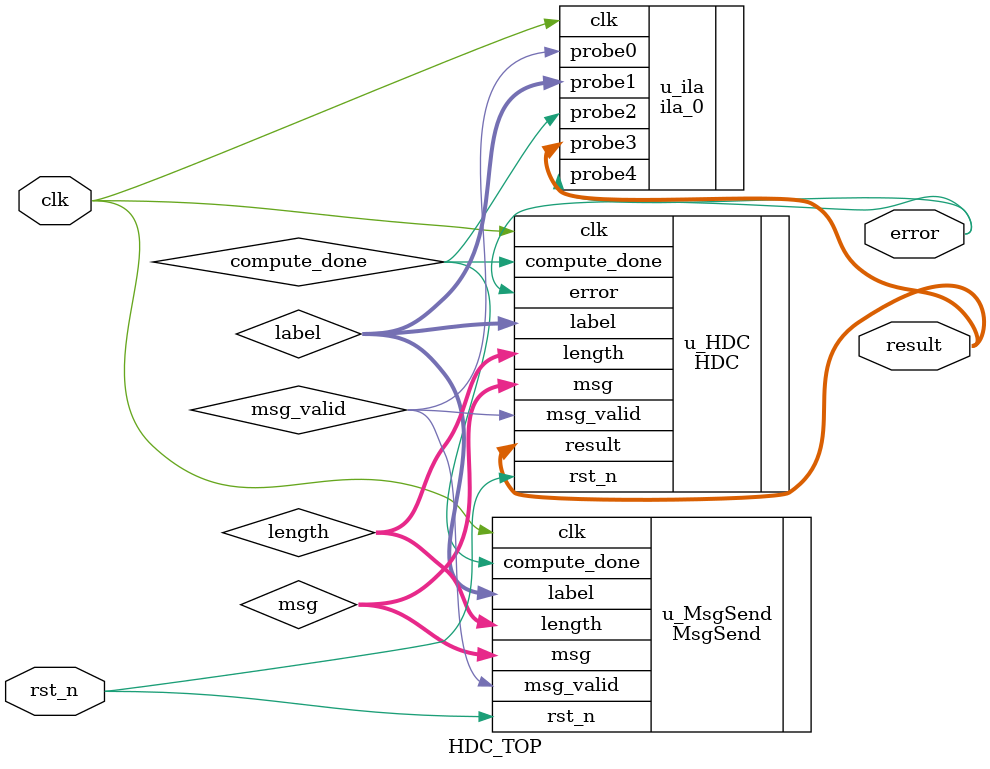
<source format=v>
module HDC_TOP (clk,rst_n,result,error
);

parameter MAX_LENGTH = 200;

input clk;
input rst_n;
//wire clk_2;

output wire signed [1:0] result;
 output error;


    wire [MAX_LENGTH*8-1:0] msg;
  wire  msg_valid;
    wire [7:0] length;
 wire [1:0] label;
 wire compute_done;


//div_clk u_div_clk(
//.clk(clk),
//.rst_n(rst_n),
//.out(clk_2)
//);


MsgSend u_MsgSend (
    .clk                     ( clk                              ),
    .rst_n                   ( rst_n                            ),
    .compute_done            ( compute_done                     ),
    .msg                     ( msg           [MAX_LENGTH*8-1:0] ),

    .msg_valid               ( msg_valid                        ),
    .length                  ( length        [7:0]              ),
    .label                   ( label         [1:0]              )
);


HDC u_HDC (
    .msg                     ( msg           [MAX_LENGTH*8-1:0] ),
    .msg_valid               ( msg_valid                        ),
    .length                  ( length        [7:0]              ),
    .label                   ( label         [1:0]              ),
    .clk                     ( clk                              ),
    .rst_n                   ( rst_n                            ),

    .result                  ( result        [1:0]              ),
    .compute_done            ( compute_done                     ),
    .error                   ( error                            )
);


ila_0 u_ila (
    .clk (clk),
    .probe0(msg_valid),
   .probe1(label),
   .probe2(compute_done),
    .probe3(result),
    .probe4(error)
);
    
endmodule

</source>
